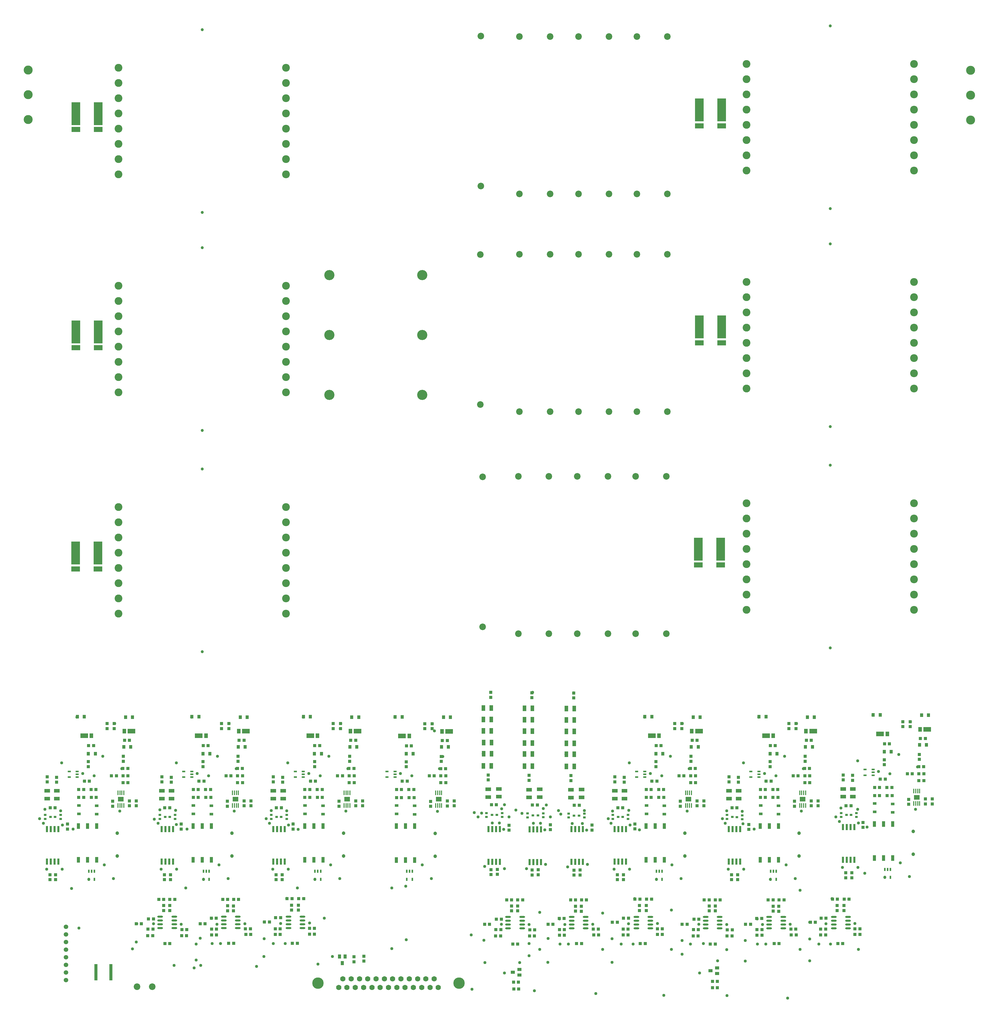
<source format=gts>
G04 Layer_Color=8388736*
%FSLAX25Y25*%
%MOIN*%
G70*
G01*
G75*
%ADD10O,0.07480X0.02362*%
%ADD11R,0.03937X0.05512*%
%ADD12R,0.05512X0.03937*%
%ADD13R,0.07441X0.06181*%
%ADD14R,0.01575X0.06299*%
%ADD15R,0.02362X0.04331*%
%ADD16R,0.04331X0.02362*%
%ADD18R,0.04488X0.07480*%
%ADD19R,0.04331X0.04331*%
%ADD20R,0.04331X0.04331*%
%ADD21R,0.07480X0.04724*%
%ADD22R,0.04724X0.07480*%
%ADD23R,0.11614X0.30000*%
%ADD24R,0.11614X0.06614*%
%ADD25R,0.03937X0.21654*%
%ADD28R,0.04331X0.05118*%
%ADD29R,0.04803X0.03583*%
%ADD30R,0.03543X0.02756*%
%ADD36C,0.08661*%
%ADD37C,0.05905*%
%ADD38C,0.11811*%
%ADD39C,0.03937*%
%ADD40C,0.10236*%
%ADD41C,0.13386*%
%ADD42C,0.07000*%
%ADD43C,0.15000*%
%ADD44C,0.04724*%
%ADD45C,0.04000*%
%ADD55R,0.03120X0.08100*%
%ADD56R,0.04685X0.06457*%
%ADD57R,0.10000X0.06457*%
D10*
X1172752Y690000D02*
D03*
Y685000D02*
D03*
Y680000D02*
D03*
Y675000D02*
D03*
X1191256Y690000D02*
D03*
Y685000D02*
D03*
Y680000D02*
D03*
Y675000D02*
D03*
X1087752Y690000D02*
D03*
Y685000D02*
D03*
Y680000D02*
D03*
Y675000D02*
D03*
X1106256Y690000D02*
D03*
Y685000D02*
D03*
Y680000D02*
D03*
Y675000D02*
D03*
X1004252Y690000D02*
D03*
Y685000D02*
D03*
Y680000D02*
D03*
Y675000D02*
D03*
X1022756Y690000D02*
D03*
Y685000D02*
D03*
Y680000D02*
D03*
Y675000D02*
D03*
X1889248Y689500D02*
D03*
Y684500D02*
D03*
Y679500D02*
D03*
Y674500D02*
D03*
X1907752Y689500D02*
D03*
Y684500D02*
D03*
Y679500D02*
D03*
Y674500D02*
D03*
X1629748Y689500D02*
D03*
Y684500D02*
D03*
Y679500D02*
D03*
Y674500D02*
D03*
X1648252Y689500D02*
D03*
Y684500D02*
D03*
Y679500D02*
D03*
Y674500D02*
D03*
X1804248Y689500D02*
D03*
Y684500D02*
D03*
Y679500D02*
D03*
Y674500D02*
D03*
X1822752Y689500D02*
D03*
Y684500D02*
D03*
Y679500D02*
D03*
Y674500D02*
D03*
X1544748Y689500D02*
D03*
Y684500D02*
D03*
Y679500D02*
D03*
Y674500D02*
D03*
X1563252Y689500D02*
D03*
Y684500D02*
D03*
Y679500D02*
D03*
Y674500D02*
D03*
X1720748Y689500D02*
D03*
Y684500D02*
D03*
Y679500D02*
D03*
Y674500D02*
D03*
X1739252Y689500D02*
D03*
Y684500D02*
D03*
Y679500D02*
D03*
Y674500D02*
D03*
X1461248Y689500D02*
D03*
Y684500D02*
D03*
Y679500D02*
D03*
Y674500D02*
D03*
X1479752Y689500D02*
D03*
Y684500D02*
D03*
Y679500D02*
D03*
Y674500D02*
D03*
D11*
X1239760Y637661D02*
D03*
X1247240D02*
D03*
X1243500Y629000D02*
D03*
D12*
X1735831Y622740D02*
D03*
Y615260D02*
D03*
X1727169Y619000D02*
D03*
X1476331Y620740D02*
D03*
Y613260D02*
D03*
X1467669Y617000D02*
D03*
D13*
X1249689Y844268D02*
D03*
X1103161D02*
D03*
X952661D02*
D03*
X1370161Y844240D02*
D03*
X1998161Y846768D02*
D03*
X1698189Y844268D02*
D03*
X1848189D02*
D03*
D14*
X1253528Y852535D02*
D03*
X1250968D02*
D03*
X1248409D02*
D03*
X1245850D02*
D03*
Y836000D02*
D03*
X1248409D02*
D03*
X1250968D02*
D03*
X1253528D02*
D03*
X1107000Y852535D02*
D03*
X1104441D02*
D03*
X1101882D02*
D03*
X1099323D02*
D03*
Y836000D02*
D03*
X1101882D02*
D03*
X1104441D02*
D03*
X1107000D02*
D03*
X956500Y852535D02*
D03*
X953941D02*
D03*
X951382D02*
D03*
X948823D02*
D03*
Y836000D02*
D03*
X951382D02*
D03*
X953941D02*
D03*
X956500D02*
D03*
X1374000Y852508D02*
D03*
X1371441D02*
D03*
X1368882D02*
D03*
X1366323D02*
D03*
Y835972D02*
D03*
X1368882D02*
D03*
X1371441D02*
D03*
X1374000D02*
D03*
X2002000Y855035D02*
D03*
X1999441D02*
D03*
X1996882D02*
D03*
X1994323D02*
D03*
Y838500D02*
D03*
X1996882D02*
D03*
X1999441D02*
D03*
X2002000D02*
D03*
X1702028Y852535D02*
D03*
X1699468D02*
D03*
X1696909D02*
D03*
X1694350D02*
D03*
Y836000D02*
D03*
X1696909D02*
D03*
X1699468D02*
D03*
X1702028D02*
D03*
X1852028Y852535D02*
D03*
X1849468D02*
D03*
X1846909D02*
D03*
X1844350D02*
D03*
Y836000D02*
D03*
X1846909D02*
D03*
X1849468D02*
D03*
X1852028D02*
D03*
D15*
X1207547Y749630D02*
D03*
X1211287D02*
D03*
X1215028D02*
D03*
Y739000D02*
D03*
X1207547D02*
D03*
X1061020Y749630D02*
D03*
X1064760D02*
D03*
X1068500D02*
D03*
Y739000D02*
D03*
X1061020D02*
D03*
X910520Y749630D02*
D03*
X914260D02*
D03*
X918000D02*
D03*
Y739000D02*
D03*
X910520D02*
D03*
X1328020Y749602D02*
D03*
X1331760D02*
D03*
X1335500D02*
D03*
Y738972D02*
D03*
X1328020D02*
D03*
X1956020Y752130D02*
D03*
X1959760D02*
D03*
X1963500D02*
D03*
Y741500D02*
D03*
X1956020D02*
D03*
X1656047Y749630D02*
D03*
X1659787D02*
D03*
X1663528D02*
D03*
Y739000D02*
D03*
X1656047D02*
D03*
X1806047Y749630D02*
D03*
X1809787D02*
D03*
X1813528D02*
D03*
Y739000D02*
D03*
X1806047D02*
D03*
D16*
X1192342Y880740D02*
D03*
Y877000D02*
D03*
Y873260D02*
D03*
X1181713D02*
D03*
Y880740D02*
D03*
X1045815D02*
D03*
Y877000D02*
D03*
Y873260D02*
D03*
X1035185D02*
D03*
Y880740D02*
D03*
X895315D02*
D03*
Y877000D02*
D03*
Y873260D02*
D03*
X884685D02*
D03*
Y880740D02*
D03*
X1312815Y880713D02*
D03*
Y876972D02*
D03*
Y873232D02*
D03*
X1302185D02*
D03*
Y880713D02*
D03*
X1940815Y883240D02*
D03*
Y879500D02*
D03*
Y875760D02*
D03*
X1930185D02*
D03*
Y883240D02*
D03*
X1640842Y880740D02*
D03*
Y877000D02*
D03*
Y873260D02*
D03*
X1630213D02*
D03*
Y880740D02*
D03*
X1790842D02*
D03*
Y877000D02*
D03*
Y873260D02*
D03*
X1780213D02*
D03*
Y880740D02*
D03*
D18*
X1194020Y809028D02*
D03*
X1206028D02*
D03*
X1218035D02*
D03*
Y764500D02*
D03*
X1206028D02*
D03*
X1194020D02*
D03*
X1047492Y809028D02*
D03*
X1059500D02*
D03*
X1071508D02*
D03*
Y764500D02*
D03*
X1059500D02*
D03*
X1047492D02*
D03*
X896992Y809028D02*
D03*
X909000D02*
D03*
X921008D02*
D03*
Y764500D02*
D03*
X909000D02*
D03*
X896992D02*
D03*
X1314492Y809000D02*
D03*
X1326500D02*
D03*
X1338508D02*
D03*
Y764472D02*
D03*
X1326500D02*
D03*
X1314492D02*
D03*
X1942492Y811528D02*
D03*
X1954500D02*
D03*
X1966508D02*
D03*
Y767000D02*
D03*
X1954500D02*
D03*
X1942492D02*
D03*
X1642520Y809028D02*
D03*
X1654528D02*
D03*
X1666535D02*
D03*
Y764500D02*
D03*
X1654528D02*
D03*
X1642520D02*
D03*
X1792520Y809028D02*
D03*
X1804528D02*
D03*
X1816535D02*
D03*
Y764500D02*
D03*
X1804528D02*
D03*
X1792520D02*
D03*
D19*
X1155508Y674000D02*
D03*
X1162004D02*
D03*
X1171008Y713500D02*
D03*
X1177504D02*
D03*
X1178004Y655000D02*
D03*
X1184500D02*
D03*
X1192752Y713500D02*
D03*
X1186256D02*
D03*
X1147752Y683000D02*
D03*
X1141256D02*
D03*
X1207000Y674500D02*
D03*
X1200504D02*
D03*
X1071756Y673500D02*
D03*
X1078252D02*
D03*
X1086508Y712500D02*
D03*
X1093004D02*
D03*
X1094256Y655000D02*
D03*
X1100752D02*
D03*
X1107252Y712500D02*
D03*
X1100756D02*
D03*
X1063252Y680500D02*
D03*
X1056756D02*
D03*
X1122752Y674000D02*
D03*
X1116256D02*
D03*
X988256Y673500D02*
D03*
X994752D02*
D03*
X1002508Y712500D02*
D03*
X1009004D02*
D03*
X1010508Y654500D02*
D03*
X1017004D02*
D03*
X1023504Y712500D02*
D03*
X1017008D02*
D03*
X979500Y680500D02*
D03*
X973004D02*
D03*
X1039252Y673000D02*
D03*
X1032756D02*
D03*
X1872004Y673500D02*
D03*
X1878500D02*
D03*
X1887504Y713000D02*
D03*
X1894000D02*
D03*
X1612504Y673500D02*
D03*
X1619000D02*
D03*
X1628004Y713000D02*
D03*
X1634500D02*
D03*
X1894500Y654500D02*
D03*
X1900996D02*
D03*
X1635000D02*
D03*
X1641496D02*
D03*
X1909248Y713000D02*
D03*
X1902752D02*
D03*
X1649748D02*
D03*
X1643252D02*
D03*
X1864996Y682500D02*
D03*
X1858500D02*
D03*
X1604748D02*
D03*
X1598252D02*
D03*
X1923496Y674000D02*
D03*
X1917000D02*
D03*
X1663996D02*
D03*
X1657500D02*
D03*
X1788252Y673000D02*
D03*
X1794748D02*
D03*
X1803004Y712000D02*
D03*
X1809500D02*
D03*
X1528752Y673000D02*
D03*
X1535248D02*
D03*
X1543504Y712000D02*
D03*
X1550000D02*
D03*
X1810752Y654500D02*
D03*
X1817248D02*
D03*
X1551252D02*
D03*
X1557748D02*
D03*
X1823748Y712000D02*
D03*
X1817252D02*
D03*
X1564248D02*
D03*
X1557752D02*
D03*
X1779748Y680000D02*
D03*
X1773252D02*
D03*
X1520248D02*
D03*
X1513752D02*
D03*
X1839248Y673500D02*
D03*
X1832752D02*
D03*
X1579748D02*
D03*
X1573252D02*
D03*
X1704752Y673000D02*
D03*
X1711248D02*
D03*
X1719004Y712000D02*
D03*
X1725500D02*
D03*
X1445252Y673000D02*
D03*
X1451748D02*
D03*
X1459504Y712000D02*
D03*
X1466000D02*
D03*
X1727004Y654000D02*
D03*
X1733500D02*
D03*
X1467504D02*
D03*
X1474000D02*
D03*
X1740000Y712000D02*
D03*
X1733504D02*
D03*
X1480500D02*
D03*
X1474004D02*
D03*
X1696496Y680000D02*
D03*
X1690000D02*
D03*
X1436996D02*
D03*
X1430500D02*
D03*
X1755748Y672500D02*
D03*
X1749252D02*
D03*
X1496248D02*
D03*
X1489752D02*
D03*
X1243776Y875000D02*
D03*
X1237280D02*
D03*
X1259024D02*
D03*
X1252528D02*
D03*
X1097248D02*
D03*
X1090752D02*
D03*
X1112496D02*
D03*
X1106000D02*
D03*
X946748D02*
D03*
X940252D02*
D03*
X961996D02*
D03*
X955500D02*
D03*
X1364248Y874972D02*
D03*
X1357752D02*
D03*
X1379496D02*
D03*
X1373000D02*
D03*
X1992248Y877500D02*
D03*
X1985752D02*
D03*
X2007496D02*
D03*
X2001000D02*
D03*
X1692276Y875000D02*
D03*
X1685780D02*
D03*
X1707524D02*
D03*
X1701028D02*
D03*
X1842276D02*
D03*
X1835780D02*
D03*
X1857524D02*
D03*
X1851028D02*
D03*
X1155508Y666500D02*
D03*
X1162004D02*
D03*
X1162504Y688500D02*
D03*
X1156008D02*
D03*
X1207000Y667000D02*
D03*
X1200504D02*
D03*
X1071756Y666000D02*
D03*
X1078252D02*
D03*
X1078004Y688000D02*
D03*
X1071508D02*
D03*
X1123252Y666500D02*
D03*
X1116756D02*
D03*
X988008Y665000D02*
D03*
X994504D02*
D03*
X995504Y687000D02*
D03*
X989008D02*
D03*
X1039000Y665000D02*
D03*
X1032504D02*
D03*
X1872004Y666000D02*
D03*
X1878500D02*
D03*
X1612504D02*
D03*
X1619000D02*
D03*
X1879000Y688000D02*
D03*
X1872504D02*
D03*
X1619500D02*
D03*
X1613004D02*
D03*
X1923496Y666500D02*
D03*
X1917000D02*
D03*
X1663996D02*
D03*
X1657500D02*
D03*
X1788252Y665500D02*
D03*
X1794748D02*
D03*
X1528752D02*
D03*
X1535248D02*
D03*
X1794500Y687500D02*
D03*
X1788004D02*
D03*
X1535000D02*
D03*
X1528504D02*
D03*
X1839748Y666000D02*
D03*
X1833252D02*
D03*
X1580248D02*
D03*
X1573752D02*
D03*
X1704504Y664500D02*
D03*
X1711000D02*
D03*
X1445004D02*
D03*
X1451500D02*
D03*
X1712000Y686500D02*
D03*
X1705504D02*
D03*
X1452500D02*
D03*
X1446004D02*
D03*
X1755496Y664500D02*
D03*
X1749000D02*
D03*
X1495996D02*
D03*
X1489500D02*
D03*
X1736248Y596500D02*
D03*
X1729752D02*
D03*
X1736248Y605000D02*
D03*
X1729752D02*
D03*
X1475248Y595000D02*
D03*
X1468752D02*
D03*
X1475000Y604000D02*
D03*
X1468504D02*
D03*
X1258776Y884500D02*
D03*
X1252279D02*
D03*
X1254531Y921500D02*
D03*
X1261028D02*
D03*
X1252532Y866000D02*
D03*
X1259028D02*
D03*
X1210532Y857000D02*
D03*
X1217028D02*
D03*
X1210779Y846500D02*
D03*
X1217276D02*
D03*
X1207279Y914500D02*
D03*
X1213776D02*
D03*
X1208276Y868000D02*
D03*
X1201779D02*
D03*
X1194279Y857000D02*
D03*
X1200776D02*
D03*
X1194279Y846500D02*
D03*
X1200776D02*
D03*
X1156852Y832996D02*
D03*
X1163348D02*
D03*
X1112248Y884500D02*
D03*
X1105752D02*
D03*
X1108004Y921500D02*
D03*
X1114500D02*
D03*
X1106004Y866000D02*
D03*
X1112500D02*
D03*
X1064004Y857000D02*
D03*
X1070500D02*
D03*
X1064252Y846500D02*
D03*
X1070748D02*
D03*
X1060752Y914500D02*
D03*
X1067248D02*
D03*
X1061748Y868000D02*
D03*
X1055252D02*
D03*
X1047752Y857000D02*
D03*
X1054248D02*
D03*
X1047752Y846500D02*
D03*
X1054248D02*
D03*
X1010324Y832996D02*
D03*
X1016821D02*
D03*
X961748Y884500D02*
D03*
X955252D02*
D03*
X957504Y921500D02*
D03*
X964000D02*
D03*
X955504Y866000D02*
D03*
X962000D02*
D03*
X913504Y857000D02*
D03*
X920000D02*
D03*
X913752Y846500D02*
D03*
X920248D02*
D03*
X910252Y914500D02*
D03*
X916748D02*
D03*
X911248Y868000D02*
D03*
X904752D02*
D03*
X897252Y857000D02*
D03*
X903748D02*
D03*
X897252Y846500D02*
D03*
X903748D02*
D03*
X859824Y832996D02*
D03*
X866321D02*
D03*
X1548252Y836248D02*
D03*
X1554748D02*
D03*
X1493248Y836496D02*
D03*
X1499744D02*
D03*
X1439370Y837000D02*
D03*
X1445866D02*
D03*
X1379248Y884472D02*
D03*
X1372752D02*
D03*
X1375004Y921472D02*
D03*
X1381500D02*
D03*
X1373004Y865972D02*
D03*
X1379500D02*
D03*
X1331004Y856972D02*
D03*
X1337500D02*
D03*
X1331252Y846472D02*
D03*
X1337748D02*
D03*
X1327752Y914472D02*
D03*
X1334248D02*
D03*
X1328748Y867972D02*
D03*
X1322252D02*
D03*
X1314752Y856972D02*
D03*
X1321248D02*
D03*
X1314752Y846472D02*
D03*
X1321248D02*
D03*
X2007248Y887000D02*
D03*
X2000752D02*
D03*
X2003004Y924000D02*
D03*
X2009500D02*
D03*
X2001004Y868500D02*
D03*
X2007500D02*
D03*
X1959004Y859500D02*
D03*
X1965500D02*
D03*
X1959252Y849000D02*
D03*
X1965748D02*
D03*
X1955752Y917000D02*
D03*
X1962248D02*
D03*
X1956748Y870500D02*
D03*
X1950252D02*
D03*
X1942752Y859500D02*
D03*
X1949248D02*
D03*
X1942752Y849000D02*
D03*
X1949248D02*
D03*
X1905324Y835496D02*
D03*
X1911820D02*
D03*
X1707276Y884500D02*
D03*
X1700780D02*
D03*
X1703032Y921500D02*
D03*
X1709528D02*
D03*
X1701031Y866000D02*
D03*
X1707528D02*
D03*
X1659031Y857000D02*
D03*
X1665528D02*
D03*
X1659279Y846500D02*
D03*
X1665776D02*
D03*
X1655779Y914500D02*
D03*
X1662276D02*
D03*
X1656776Y868000D02*
D03*
X1650279D02*
D03*
X1642780Y857000D02*
D03*
X1649276D02*
D03*
X1642780Y846500D02*
D03*
X1649276D02*
D03*
X1605352Y832996D02*
D03*
X1611848D02*
D03*
X1857276Y884500D02*
D03*
X1850780D02*
D03*
X1853032Y921500D02*
D03*
X1859528D02*
D03*
X1851031Y866000D02*
D03*
X1857528D02*
D03*
X1809031Y857000D02*
D03*
X1815528D02*
D03*
X1809279Y846500D02*
D03*
X1815776D02*
D03*
X1805779Y914500D02*
D03*
X1812276D02*
D03*
X1806776Y868000D02*
D03*
X1800279D02*
D03*
X1792780Y857000D02*
D03*
X1799276D02*
D03*
X1792780Y846500D02*
D03*
X1799276D02*
D03*
X1755352Y832996D02*
D03*
X1761848D02*
D03*
D20*
X1177004Y704996D02*
D03*
Y698500D02*
D03*
X1186004Y704996D02*
D03*
Y698500D02*
D03*
X1093004Y704248D02*
D03*
Y697752D02*
D03*
X1100504Y703996D02*
D03*
Y697500D02*
D03*
X1009004Y704496D02*
D03*
Y698000D02*
D03*
X1017004Y704496D02*
D03*
Y698000D02*
D03*
X1893500Y704496D02*
D03*
Y698000D02*
D03*
X1634000Y704496D02*
D03*
Y698000D02*
D03*
X1902500Y704496D02*
D03*
Y698000D02*
D03*
X1643000Y704496D02*
D03*
Y698000D02*
D03*
X1809500Y703748D02*
D03*
Y697252D02*
D03*
X1550000Y703748D02*
D03*
Y697252D02*
D03*
X1817000Y703496D02*
D03*
Y697000D02*
D03*
X1557500Y703496D02*
D03*
Y697000D02*
D03*
X1725500Y703996D02*
D03*
Y697500D02*
D03*
X1466000Y703996D02*
D03*
Y697500D02*
D03*
X1733500Y703996D02*
D03*
Y697500D02*
D03*
X1474000Y703996D02*
D03*
Y697500D02*
D03*
X1241028Y943500D02*
D03*
Y937004D02*
D03*
X1231528Y943496D02*
D03*
Y937000D02*
D03*
X1156500Y738500D02*
D03*
Y744996D02*
D03*
X1164500Y738500D02*
D03*
Y744996D02*
D03*
X1179000Y805004D02*
D03*
Y811500D02*
D03*
X1094500Y943500D02*
D03*
Y937004D02*
D03*
X1085000Y943496D02*
D03*
Y937000D02*
D03*
X1009972Y738500D02*
D03*
Y744996D02*
D03*
X1017972Y738500D02*
D03*
Y744996D02*
D03*
X1031972Y804996D02*
D03*
Y811492D02*
D03*
X944000Y943500D02*
D03*
Y937004D02*
D03*
X934500Y943496D02*
D03*
Y937000D02*
D03*
X859472Y738500D02*
D03*
Y744996D02*
D03*
X867000Y738500D02*
D03*
Y744996D02*
D03*
X882500Y805004D02*
D03*
Y811500D02*
D03*
X1544000Y875248D02*
D03*
Y868752D02*
D03*
X1547882Y744500D02*
D03*
Y750996D02*
D03*
X1556000Y744748D02*
D03*
Y751244D02*
D03*
X1571500Y803752D02*
D03*
Y810248D02*
D03*
X1488996Y875496D02*
D03*
Y869000D02*
D03*
X1492878Y744748D02*
D03*
Y751244D02*
D03*
X1500996Y744996D02*
D03*
Y751492D02*
D03*
X1517000Y804252D02*
D03*
Y810748D02*
D03*
X1435118Y876000D02*
D03*
Y869504D02*
D03*
X1439000Y745252D02*
D03*
Y751748D02*
D03*
X1447118Y745500D02*
D03*
Y751996D02*
D03*
X1462500Y803500D02*
D03*
Y809996D02*
D03*
X1361500Y943472D02*
D03*
Y936976D02*
D03*
X1352000Y943468D02*
D03*
Y936972D02*
D03*
X1989500Y946000D02*
D03*
Y939504D02*
D03*
X1980000Y945996D02*
D03*
Y939500D02*
D03*
X1904972Y741000D02*
D03*
Y747496D02*
D03*
X1912972Y741000D02*
D03*
Y747496D02*
D03*
X1927500Y807252D02*
D03*
Y813748D02*
D03*
X1689528Y943500D02*
D03*
Y937004D02*
D03*
X1680028Y943496D02*
D03*
Y937000D02*
D03*
X1605000Y738500D02*
D03*
Y744996D02*
D03*
X1613000Y738500D02*
D03*
Y744996D02*
D03*
X1628000Y805252D02*
D03*
Y811748D02*
D03*
X1839528Y943500D02*
D03*
Y937004D02*
D03*
X1830028Y943496D02*
D03*
Y937000D02*
D03*
X1755000Y738500D02*
D03*
Y744996D02*
D03*
X1763000Y738500D02*
D03*
Y744996D02*
D03*
X1777500Y804500D02*
D03*
Y810996D02*
D03*
X1253028Y900496D02*
D03*
Y894000D02*
D03*
X1207028Y893496D02*
D03*
Y887000D02*
D03*
X1152900Y866996D02*
D03*
Y873492D02*
D03*
X1165300Y866596D02*
D03*
Y873092D02*
D03*
X1106500Y900496D02*
D03*
Y894000D02*
D03*
X1060500Y893496D02*
D03*
Y887000D02*
D03*
X1006372Y866996D02*
D03*
Y873492D02*
D03*
X1018772Y866596D02*
D03*
Y873092D02*
D03*
X956000Y900496D02*
D03*
Y894000D02*
D03*
X910000Y893496D02*
D03*
Y887000D02*
D03*
X855872Y866996D02*
D03*
Y873492D02*
D03*
X868272Y866596D02*
D03*
Y873092D02*
D03*
X1547500Y977252D02*
D03*
Y983748D02*
D03*
X1492496Y977500D02*
D03*
Y983996D02*
D03*
X1438618Y978004D02*
D03*
Y984500D02*
D03*
X1373500Y900469D02*
D03*
Y893972D02*
D03*
X1327500Y893468D02*
D03*
Y886972D02*
D03*
X2001500Y902996D02*
D03*
Y896500D02*
D03*
X1955500Y895996D02*
D03*
Y889500D02*
D03*
X1901372Y869496D02*
D03*
Y875992D02*
D03*
X1913772Y869096D02*
D03*
Y875592D02*
D03*
X1701528Y900496D02*
D03*
Y894000D02*
D03*
X1655528Y893496D02*
D03*
Y887000D02*
D03*
X1601400Y866996D02*
D03*
Y873492D02*
D03*
X1613800Y866596D02*
D03*
Y873092D02*
D03*
X1851528Y900496D02*
D03*
Y894000D02*
D03*
X1805528Y893496D02*
D03*
Y887000D02*
D03*
X1751400Y866996D02*
D03*
Y873492D02*
D03*
X1763800Y866596D02*
D03*
Y873092D02*
D03*
X1272000Y638000D02*
D03*
Y631504D02*
D03*
X1259000Y637248D02*
D03*
Y630752D02*
D03*
X1239028Y835000D02*
D03*
Y841496D02*
D03*
X1270028Y835504D02*
D03*
Y842000D02*
D03*
X1261028Y835500D02*
D03*
Y841996D02*
D03*
X1092500Y835000D02*
D03*
Y841496D02*
D03*
X1123500Y835504D02*
D03*
Y842000D02*
D03*
X1114500Y835500D02*
D03*
Y841996D02*
D03*
X942000Y835000D02*
D03*
Y841496D02*
D03*
X973000Y835504D02*
D03*
Y842000D02*
D03*
X964000Y835500D02*
D03*
Y841996D02*
D03*
X1359500Y834972D02*
D03*
Y841469D02*
D03*
X1390500Y835476D02*
D03*
Y841972D02*
D03*
X1381500Y835472D02*
D03*
Y841969D02*
D03*
X1987500Y837500D02*
D03*
Y843996D02*
D03*
X2018500Y838004D02*
D03*
Y844500D02*
D03*
X2009500Y838000D02*
D03*
Y844496D02*
D03*
X1687528Y835000D02*
D03*
Y841496D02*
D03*
X1718528Y835504D02*
D03*
Y842000D02*
D03*
X1709528Y835500D02*
D03*
Y841996D02*
D03*
X1837528Y835000D02*
D03*
Y841496D02*
D03*
X1868528Y835504D02*
D03*
Y842000D02*
D03*
X1859528Y835500D02*
D03*
Y841996D02*
D03*
D21*
X1152900Y855232D02*
D03*
Y844996D02*
D03*
X1165700Y855232D02*
D03*
Y844996D02*
D03*
X1006372Y855232D02*
D03*
Y844996D02*
D03*
X1019172Y855232D02*
D03*
Y844996D02*
D03*
X855872Y855232D02*
D03*
Y844996D02*
D03*
X868672Y855232D02*
D03*
Y844996D02*
D03*
X1544000Y856484D02*
D03*
Y846248D02*
D03*
X1558000Y856984D02*
D03*
Y846748D02*
D03*
X1488996Y856732D02*
D03*
Y846496D02*
D03*
X1502996Y857232D02*
D03*
Y846996D02*
D03*
X1435118Y857236D02*
D03*
Y847000D02*
D03*
X1449118Y857736D02*
D03*
Y847500D02*
D03*
X1901372Y857732D02*
D03*
Y847496D02*
D03*
X1914172Y857732D02*
D03*
Y847496D02*
D03*
X1601400Y855232D02*
D03*
Y844996D02*
D03*
X1614200Y855232D02*
D03*
Y844996D02*
D03*
X1751400Y855232D02*
D03*
Y844996D02*
D03*
X1764200Y855232D02*
D03*
Y844996D02*
D03*
D22*
X1538000Y917748D02*
D03*
X1548236D02*
D03*
X1548118Y933248D02*
D03*
X1537882D02*
D03*
Y887248D02*
D03*
X1548118D02*
D03*
X1538000Y903248D02*
D03*
X1548236D02*
D03*
X1537882Y948248D02*
D03*
X1548118D02*
D03*
Y963248D02*
D03*
X1537882D02*
D03*
X1482996Y917996D02*
D03*
X1493232D02*
D03*
X1493114Y933496D02*
D03*
X1482878D02*
D03*
Y887496D02*
D03*
X1493114D02*
D03*
X1482996Y903496D02*
D03*
X1493232D02*
D03*
X1482878Y948496D02*
D03*
X1493114D02*
D03*
Y963496D02*
D03*
X1482878D02*
D03*
X1429118Y918500D02*
D03*
X1439354D02*
D03*
X1439236Y934000D02*
D03*
X1429000D02*
D03*
Y888000D02*
D03*
X1439236D02*
D03*
X1429118Y904000D02*
D03*
X1439354D02*
D03*
X1429000Y949000D02*
D03*
X1439236D02*
D03*
Y964000D02*
D03*
X1429000D02*
D03*
D23*
X893591Y1744709D02*
D03*
X923000D02*
D03*
X1712500Y1749500D02*
D03*
X1741909D02*
D03*
X893591Y1458000D02*
D03*
X923000D02*
D03*
X1712500Y1464500D02*
D03*
X1741909D02*
D03*
X893091Y1167500D02*
D03*
X922500D02*
D03*
X1711091Y1172709D02*
D03*
X1740500D02*
D03*
D24*
X893591Y1724000D02*
D03*
X923000D02*
D03*
X1712500Y1728791D02*
D03*
X1741909D02*
D03*
X893591Y1437291D02*
D03*
X923000D02*
D03*
X1712500Y1443791D02*
D03*
X1741909D02*
D03*
X893091Y1146791D02*
D03*
X922500D02*
D03*
X1711091Y1152000D02*
D03*
X1740500D02*
D03*
D25*
X939500Y617000D02*
D03*
X919815D02*
D03*
D28*
X1265028Y952000D02*
D03*
X1255972D02*
D03*
X1201555Y952500D02*
D03*
X1192500D02*
D03*
X1118500Y952000D02*
D03*
X1109445D02*
D03*
X1055028Y952500D02*
D03*
X1045972D02*
D03*
X968000Y952000D02*
D03*
X958945D02*
D03*
X904528Y952500D02*
D03*
X895472D02*
D03*
X1385500Y951972D02*
D03*
X1376445D02*
D03*
X1322028Y952472D02*
D03*
X1312972D02*
D03*
X2013500Y954500D02*
D03*
X2004445D02*
D03*
X1950028Y955000D02*
D03*
X1940972D02*
D03*
X1713528Y952000D02*
D03*
X1704472D02*
D03*
X1650055Y952500D02*
D03*
X1641000D02*
D03*
X1863528Y952000D02*
D03*
X1854472D02*
D03*
X1800055Y952500D02*
D03*
X1791000D02*
D03*
X1262528Y913000D02*
D03*
X1253472D02*
D03*
X1216055Y904000D02*
D03*
X1207000D02*
D03*
X1116000Y913000D02*
D03*
X1106945D02*
D03*
X1069528Y904000D02*
D03*
X1060472D02*
D03*
X965500Y913000D02*
D03*
X956445D02*
D03*
X919028Y904000D02*
D03*
X909972D02*
D03*
X1383000Y912972D02*
D03*
X1373945D02*
D03*
X1336528Y903972D02*
D03*
X1327472D02*
D03*
X2011000Y915500D02*
D03*
X2001945D02*
D03*
X1964528Y906500D02*
D03*
X1955472D02*
D03*
X1711028Y913000D02*
D03*
X1701972D02*
D03*
X1664555Y904000D02*
D03*
X1655500D02*
D03*
X1861028Y913000D02*
D03*
X1851972D02*
D03*
X1814555Y904000D02*
D03*
X1805500D02*
D03*
D29*
X1218028Y835583D02*
D03*
Y824500D02*
D03*
X1194528Y825000D02*
D03*
Y836083D02*
D03*
X1071500Y835583D02*
D03*
Y824500D02*
D03*
X1048000Y825000D02*
D03*
Y836083D02*
D03*
X921000Y835583D02*
D03*
Y824500D02*
D03*
X897500Y825000D02*
D03*
Y836083D02*
D03*
X1338500Y835555D02*
D03*
Y824472D02*
D03*
X1315000Y824972D02*
D03*
Y836055D02*
D03*
X1966500Y838083D02*
D03*
Y827000D02*
D03*
X1943000Y827500D02*
D03*
Y838583D02*
D03*
X1666528Y835583D02*
D03*
Y824500D02*
D03*
X1643028Y825000D02*
D03*
Y836083D02*
D03*
X1816528Y835583D02*
D03*
Y824500D02*
D03*
X1793028Y825000D02*
D03*
Y836083D02*
D03*
D30*
X1157300Y820996D02*
D03*
X1150213Y823555D02*
D03*
Y818437D02*
D03*
X1163300Y820996D02*
D03*
X1170387Y818437D02*
D03*
Y823555D02*
D03*
X1011000Y821000D02*
D03*
X1003913Y823559D02*
D03*
Y818441D02*
D03*
X1016772Y820996D02*
D03*
X1023859Y818437D02*
D03*
Y823555D02*
D03*
X860272Y820996D02*
D03*
X853186Y823555D02*
D03*
Y818437D02*
D03*
X866272Y820996D02*
D03*
X873359Y818437D02*
D03*
Y823555D02*
D03*
X1548000Y822748D02*
D03*
X1540913Y825307D02*
D03*
Y820189D02*
D03*
X1554500Y822748D02*
D03*
X1561587Y820189D02*
D03*
Y825307D02*
D03*
X1494000Y823000D02*
D03*
X1486913Y825559D02*
D03*
Y820441D02*
D03*
X1500413Y823059D02*
D03*
X1507500Y820500D02*
D03*
Y825618D02*
D03*
X1440087Y823559D02*
D03*
X1433000Y826118D02*
D03*
Y821000D02*
D03*
X1446500Y823500D02*
D03*
X1453587Y820941D02*
D03*
Y826059D02*
D03*
X1905772Y823496D02*
D03*
X1898686Y826055D02*
D03*
Y820937D02*
D03*
X1911772Y823496D02*
D03*
X1918859Y820937D02*
D03*
Y826055D02*
D03*
X1605800Y820996D02*
D03*
X1598713Y823555D02*
D03*
Y818437D02*
D03*
X1611800Y820996D02*
D03*
X1618887Y818437D02*
D03*
Y823555D02*
D03*
X1755800Y820996D02*
D03*
X1748713Y823555D02*
D03*
Y818437D02*
D03*
X1761913Y820559D02*
D03*
X1769000Y818000D02*
D03*
Y823118D02*
D03*
D36*
X1425500Y1649650D02*
D03*
Y1846500D02*
D03*
X1425000Y1362650D02*
D03*
Y1559500D02*
D03*
X1428000Y1070650D02*
D03*
Y1267500D02*
D03*
X974000Y598000D02*
D03*
X994000D02*
D03*
X1516500Y1846000D02*
D03*
X1476342D02*
D03*
X1516500Y1639307D02*
D03*
X1476342D02*
D03*
X1594000Y1846000D02*
D03*
X1553843D02*
D03*
X1594000Y1639307D02*
D03*
X1553843D02*
D03*
X1670658Y1846000D02*
D03*
X1630500D02*
D03*
X1670658Y1639307D02*
D03*
X1630500D02*
D03*
X1516500Y1560000D02*
D03*
X1476342D02*
D03*
X1516500Y1353307D02*
D03*
X1476342D02*
D03*
X1594000Y1560000D02*
D03*
X1553843D02*
D03*
X1594000Y1353307D02*
D03*
X1553843D02*
D03*
X1670658Y1560000D02*
D03*
X1630500D02*
D03*
X1670658Y1353307D02*
D03*
X1630500D02*
D03*
X1515000Y1268193D02*
D03*
X1474842D02*
D03*
X1515000Y1061500D02*
D03*
X1474842D02*
D03*
X1592500Y1268193D02*
D03*
X1552343D02*
D03*
X1592500Y1061500D02*
D03*
X1552343D02*
D03*
X1669157Y1268193D02*
D03*
X1629000D02*
D03*
X1669157Y1061500D02*
D03*
X1629000D02*
D03*
D37*
X880500Y606500D02*
D03*
Y616500D02*
D03*
Y626500D02*
D03*
Y636500D02*
D03*
Y646500D02*
D03*
Y656500D02*
D03*
Y666500D02*
D03*
Y676500D02*
D03*
D38*
X831000Y1736980D02*
D03*
Y1769500D02*
D03*
Y1802020D02*
D03*
X2069000Y1801508D02*
D03*
Y1768988D02*
D03*
Y1736469D02*
D03*
D39*
X1059500Y1855000D02*
D03*
Y1615000D02*
D03*
X1884500Y1860000D02*
D03*
Y1620000D02*
D03*
X1059500Y1568500D02*
D03*
Y1328500D02*
D03*
X1884500Y1573500D02*
D03*
Y1333500D02*
D03*
X1059500Y1278000D02*
D03*
Y1038000D02*
D03*
X1884500Y1283000D02*
D03*
Y1043000D02*
D03*
D40*
X949500Y1665000D02*
D03*
Y1685000D02*
D03*
Y1705000D02*
D03*
Y1725000D02*
D03*
Y1745000D02*
D03*
Y1765000D02*
D03*
Y1785000D02*
D03*
Y1805000D02*
D03*
X1169500Y1665000D02*
D03*
Y1685000D02*
D03*
Y1705000D02*
D03*
Y1725000D02*
D03*
Y1745000D02*
D03*
Y1765000D02*
D03*
Y1785000D02*
D03*
Y1805000D02*
D03*
X1774500Y1670000D02*
D03*
Y1690000D02*
D03*
Y1710000D02*
D03*
Y1730000D02*
D03*
Y1750000D02*
D03*
Y1770000D02*
D03*
Y1790000D02*
D03*
Y1810000D02*
D03*
X1994500Y1670000D02*
D03*
Y1690000D02*
D03*
Y1710000D02*
D03*
Y1730000D02*
D03*
Y1750000D02*
D03*
Y1770000D02*
D03*
Y1790000D02*
D03*
Y1810000D02*
D03*
X949500Y1378500D02*
D03*
Y1398500D02*
D03*
Y1418500D02*
D03*
Y1438500D02*
D03*
Y1458500D02*
D03*
Y1478500D02*
D03*
Y1498500D02*
D03*
Y1518500D02*
D03*
X1169500Y1378500D02*
D03*
Y1398500D02*
D03*
Y1418500D02*
D03*
Y1438500D02*
D03*
Y1458500D02*
D03*
Y1478500D02*
D03*
Y1498500D02*
D03*
Y1518500D02*
D03*
X1774500Y1383500D02*
D03*
Y1403500D02*
D03*
Y1423500D02*
D03*
Y1443500D02*
D03*
Y1463500D02*
D03*
Y1483500D02*
D03*
Y1503500D02*
D03*
Y1523500D02*
D03*
X1994500Y1383500D02*
D03*
Y1403500D02*
D03*
Y1423500D02*
D03*
Y1443500D02*
D03*
Y1463500D02*
D03*
Y1483500D02*
D03*
Y1503500D02*
D03*
Y1523500D02*
D03*
X949500Y1088000D02*
D03*
Y1108000D02*
D03*
Y1128000D02*
D03*
Y1148000D02*
D03*
Y1168000D02*
D03*
Y1188000D02*
D03*
Y1208000D02*
D03*
Y1228000D02*
D03*
X1169500Y1088000D02*
D03*
Y1108000D02*
D03*
Y1128000D02*
D03*
Y1148000D02*
D03*
Y1168000D02*
D03*
Y1188000D02*
D03*
Y1208000D02*
D03*
Y1228000D02*
D03*
X1774500Y1093000D02*
D03*
Y1113000D02*
D03*
Y1133000D02*
D03*
Y1153000D02*
D03*
Y1173000D02*
D03*
Y1193000D02*
D03*
Y1213000D02*
D03*
Y1233000D02*
D03*
X1994500Y1093000D02*
D03*
Y1113000D02*
D03*
Y1133000D02*
D03*
Y1153000D02*
D03*
Y1173000D02*
D03*
Y1193000D02*
D03*
Y1213000D02*
D03*
Y1233000D02*
D03*
D41*
X1226453Y1454000D02*
D03*
Y1532740D02*
D03*
X1348500Y1375260D02*
D03*
X1226453D02*
D03*
X1348500Y1532740D02*
D03*
Y1454000D02*
D03*
D42*
X1315094Y597000D02*
D03*
X1309642Y608181D02*
D03*
X1304189Y597000D02*
D03*
X1298736Y608181D02*
D03*
X1293283Y597000D02*
D03*
X1287831Y608181D02*
D03*
X1282378Y597000D02*
D03*
X1276925Y608181D02*
D03*
X1271472Y597000D02*
D03*
X1266020Y608181D02*
D03*
X1260567Y597000D02*
D03*
X1255114Y608181D02*
D03*
X1249661Y597000D02*
D03*
X1244209Y608181D02*
D03*
X1238756Y597000D02*
D03*
X1326000D02*
D03*
X1336905D02*
D03*
X1347811D02*
D03*
X1358716D02*
D03*
X1369622D02*
D03*
X1320547Y608181D02*
D03*
X1331453D02*
D03*
X1342358D02*
D03*
X1353264D02*
D03*
X1364169D02*
D03*
D43*
X1211591Y602591D02*
D03*
X1396787D02*
D03*
D44*
X1245028Y799500D02*
D03*
Y769500D02*
D03*
X1098500Y799500D02*
D03*
Y769500D02*
D03*
X948000Y799500D02*
D03*
Y769500D02*
D03*
X1365500Y799472D02*
D03*
Y769472D02*
D03*
X1993500Y802000D02*
D03*
Y772000D02*
D03*
X1693528Y799500D02*
D03*
Y769500D02*
D03*
X1843528Y799500D02*
D03*
Y769500D02*
D03*
D45*
X1920500Y831000D02*
D03*
X1911820Y835496D02*
D03*
X1024500Y829500D02*
D03*
X853000Y831000D02*
D03*
X1507500Y832000D02*
D03*
X1619696Y829500D02*
D03*
X1713000Y616000D02*
D03*
X1456500D02*
D03*
X1748500Y646500D02*
D03*
X1773000Y631500D02*
D03*
X1857500Y632000D02*
D03*
X1690000Y640500D02*
D03*
X1598000Y630000D02*
D03*
X1513500D02*
D03*
X1476500Y629500D02*
D03*
X1431000D02*
D03*
X1327500Y659500D02*
D03*
X1220000Y688000D02*
D03*
X1230500Y637500D02*
D03*
X1057500Y626000D02*
D03*
X1022500D02*
D03*
X1140500Y637500D02*
D03*
X1308500Y648000D02*
D03*
X1413000Y666000D02*
D03*
X968000Y647500D02*
D03*
X1051500Y654000D02*
D03*
Y633000D02*
D03*
X973000Y656500D02*
D03*
X1057000Y661500D02*
D03*
X1141000Y661000D02*
D03*
X1857500Y660500D02*
D03*
X1690000Y658500D02*
D03*
Y680000D02*
D03*
X1598000Y661000D02*
D03*
X1598252Y682500D02*
D03*
X1429500Y659000D02*
D03*
X1513752Y661252D02*
D03*
Y680000D02*
D03*
X1773000Y658500D02*
D03*
X1153004Y654500D02*
D03*
X888000Y727000D02*
D03*
X1308500Y727500D02*
D03*
X1038000D02*
D03*
X1184500D02*
D03*
X1326996Y729996D02*
D03*
X1600600Y752196D02*
D03*
X1621400Y810310D02*
D03*
X1621000Y752196D02*
D03*
X1711028Y913000D02*
D03*
X1663028Y875000D02*
D03*
X1687528Y835000D02*
D03*
X1690028Y943500D02*
D03*
X1699280Y884248D02*
D03*
X1676528Y758000D02*
D03*
X1711528Y934000D02*
D03*
X1648028Y878000D02*
D03*
X1696638Y828500D02*
D03*
X1688528Y740000D02*
D03*
X1640528Y952000D02*
D03*
X1713528D02*
D03*
X1656047Y739000D02*
D03*
X1689500Y937000D02*
D03*
X1650000Y868000D02*
D03*
X1674496Y900496D02*
D03*
X1620500Y892000D02*
D03*
X1861528Y934000D02*
D03*
X1798028Y878000D02*
D03*
X1838528Y740000D02*
D03*
X1824496Y900496D02*
D03*
X1770500Y892000D02*
D03*
X1849280Y884248D02*
D03*
X1800000Y868000D02*
D03*
X1769000Y828196D02*
D03*
X1846638Y828500D02*
D03*
X1826528Y758000D02*
D03*
X1790528Y952000D02*
D03*
X1830028Y943496D02*
D03*
X1861028Y913000D02*
D03*
X1813028Y875000D02*
D03*
X1837528Y835000D02*
D03*
X1863528Y952000D02*
D03*
X1750600Y752196D02*
D03*
X1771000D02*
D03*
X2011500Y936500D02*
D03*
X1948000Y880500D02*
D03*
X1988500Y742500D02*
D03*
X1974468Y902996D02*
D03*
X1920472Y894500D02*
D03*
X1999252Y886748D02*
D03*
X1949972Y870500D02*
D03*
X1996610Y831000D02*
D03*
X1976500Y760500D02*
D03*
X1940500Y954500D02*
D03*
X1980000Y945996D02*
D03*
X2011000Y915500D02*
D03*
X1963000Y877500D02*
D03*
X1921372Y812809D02*
D03*
X1987500Y837500D02*
D03*
X1956020Y741500D02*
D03*
X2013500Y954500D02*
D03*
X1990000Y946000D02*
D03*
X1989472Y939500D02*
D03*
X1900572Y754696D02*
D03*
X1920972D02*
D03*
X1746500Y812500D02*
D03*
X1455618Y804500D02*
D03*
X1430618Y756000D02*
D03*
X1383000Y912972D02*
D03*
X1359500Y834972D02*
D03*
X1364504Y933972D02*
D03*
X1362000Y943472D02*
D03*
X1322252Y867972D02*
D03*
X1371252Y884221D02*
D03*
X1348500Y757972D02*
D03*
X1352000Y943468D02*
D03*
X1383500Y933972D02*
D03*
X1320000Y877972D02*
D03*
X1368610Y828472D02*
D03*
X1360500Y739972D02*
D03*
X1312500Y951972D02*
D03*
X1385500D02*
D03*
X1335000Y874972D02*
D03*
X1327500Y893468D02*
D03*
X1375531Y900469D02*
D03*
X1417000Y826500D02*
D03*
X1510496Y758748D02*
D03*
X1509496Y803996D02*
D03*
X1456500Y753000D02*
D03*
X1485500D02*
D03*
X1422000Y821000D02*
D03*
X1426500Y826000D02*
D03*
X1440618Y813000D02*
D03*
X1435118Y847000D02*
D03*
X1489000D02*
D03*
X1494496Y812500D02*
D03*
X1479500Y825559D02*
D03*
X1471500Y830000D02*
D03*
X1565500Y758500D02*
D03*
X1539500Y755248D02*
D03*
X1545500Y812248D02*
D03*
X1564500Y803748D02*
D03*
X1527500Y829236D02*
D03*
X1561587Y829413D02*
D03*
X1543500Y845500D02*
D03*
X1558748Y812248D02*
D03*
X1503744Y812496D02*
D03*
X1449866Y813000D02*
D03*
X966000Y934000D02*
D03*
X902500Y878000D02*
D03*
X943000Y740000D02*
D03*
X874972Y892000D02*
D03*
X953752Y884248D02*
D03*
X904472Y868000D02*
D03*
X951110Y828500D02*
D03*
X850972Y812500D02*
D03*
X931000Y758000D02*
D03*
X895000Y952000D02*
D03*
X934500Y943496D02*
D03*
X965500Y913000D02*
D03*
X917500Y875000D02*
D03*
X875872Y810310D02*
D03*
X942000Y835000D02*
D03*
X910520Y739000D02*
D03*
X968000Y952000D02*
D03*
X944500Y943500D02*
D03*
X943972Y937000D02*
D03*
X855872Y873492D02*
D03*
X855072Y752196D02*
D03*
X875472D02*
D03*
X1596500Y812500D02*
D03*
X1634000Y804000D02*
D03*
X1784500Y805000D02*
D03*
X928969Y900496D02*
D03*
X1530500Y824500D02*
D03*
X1428500Y904000D02*
D03*
X1482878Y903378D02*
D03*
X1537122D02*
D03*
X1116500Y934000D02*
D03*
X1053000Y878000D02*
D03*
X1093500Y740000D02*
D03*
X1079469Y900496D02*
D03*
X1025472Y892000D02*
D03*
X1104252Y884248D02*
D03*
X1054972Y868000D02*
D03*
X1101610Y828500D02*
D03*
X1001472Y812500D02*
D03*
X1081500Y758000D02*
D03*
X1045500Y952000D02*
D03*
X1085000Y943496D02*
D03*
X1116000Y913000D02*
D03*
X1068000Y875000D02*
D03*
X1092500Y835000D02*
D03*
X1061020Y739000D02*
D03*
X1118500Y952000D02*
D03*
X1095000Y943500D02*
D03*
X1094472Y937000D02*
D03*
X1006372Y873492D02*
D03*
X1005572Y752196D02*
D03*
X1025972D02*
D03*
X1263028Y934000D02*
D03*
X1199528Y878000D02*
D03*
X1240028Y740000D02*
D03*
X1225996Y900496D02*
D03*
X1172000Y892000D02*
D03*
X1250780Y884248D02*
D03*
X1201500Y868000D02*
D03*
X1248138Y828500D02*
D03*
X1148000Y812500D02*
D03*
X1228028Y758000D02*
D03*
X1192028Y952000D02*
D03*
X1231528Y943496D02*
D03*
X1262528Y913000D02*
D03*
X1214528Y875000D02*
D03*
X1172900Y810310D02*
D03*
X1239028Y835000D02*
D03*
X1207547Y739000D02*
D03*
X1265028Y952000D02*
D03*
X1241528Y943500D02*
D03*
X1241000Y937000D02*
D03*
X1152900Y873492D02*
D03*
X1152100Y752196D02*
D03*
X1172500D02*
D03*
X1003686Y830186D02*
D03*
X1150213Y829287D02*
D03*
X1705504Y686500D02*
D03*
X1740000Y712000D02*
D03*
X1719000Y712004D02*
D03*
X1795500Y679500D02*
D03*
X1788500Y687004D02*
D03*
X1823748Y712000D02*
D03*
X1832000Y680000D02*
D03*
X1803004Y712000D02*
D03*
X1872504Y688000D02*
D03*
X1887000Y713500D02*
D03*
X1909000Y713000D02*
D03*
X1879000Y680500D02*
D03*
X1917000Y681000D02*
D03*
X1748500Y679500D02*
D03*
X1712000Y680000D02*
D03*
X1773252D02*
D03*
X1885000Y654000D02*
D03*
X1869500D02*
D03*
X1800000D02*
D03*
X1789000D02*
D03*
X1430500Y680000D02*
D03*
X1446004Y686500D02*
D03*
X1480500Y712000D02*
D03*
X1489000Y679500D02*
D03*
X1529000Y687004D02*
D03*
X1536000Y679500D02*
D03*
X1543504Y712000D02*
D03*
X1452500Y680000D02*
D03*
X1459500Y712004D02*
D03*
X1529500Y654000D02*
D03*
X1540500D02*
D03*
X1564248Y712000D02*
D03*
X1572500Y680000D02*
D03*
X1625500Y654000D02*
D03*
X1610000D02*
D03*
X1619500Y680500D02*
D03*
X1613004Y688000D02*
D03*
X1627500Y713500D02*
D03*
X1649500Y713000D02*
D03*
X1657500Y681000D02*
D03*
X995504Y680500D02*
D03*
X1002504Y712504D02*
D03*
X1056756Y680500D02*
D03*
X1072504Y654500D02*
D03*
X1083504D02*
D03*
X1107252Y712500D02*
D03*
X1115504Y680500D02*
D03*
X1162504Y681000D02*
D03*
X1168504Y654500D02*
D03*
X1170504Y714000D02*
D03*
X1192504Y713500D02*
D03*
X1200504Y681500D02*
D03*
X973504Y680500D02*
D03*
X989008Y687000D02*
D03*
X1032004Y680000D02*
D03*
X1023504Y712500D02*
D03*
X1079004Y680000D02*
D03*
X1072004Y687504D02*
D03*
X1086508Y712500D02*
D03*
X1156008Y688500D02*
D03*
X1141004Y683000D02*
D03*
X1840028Y943500D02*
D03*
X1839500Y937000D02*
D03*
X1680028Y943496D02*
D03*
X1601400Y873492D02*
D03*
X1751400D02*
D03*
X1901372Y875992D02*
D03*
X1547500Y984000D02*
D03*
X1438618Y984500D02*
D03*
X1493500D02*
D03*
X1896472Y815000D02*
D03*
X1933000Y807500D02*
D03*
X1927500Y813748D02*
D03*
X1761848Y832996D02*
D03*
X1777500Y811000D02*
D03*
X1611848Y832996D02*
D03*
X1628000Y811500D02*
D03*
X1517000Y821000D02*
D03*
X1511500Y836500D02*
D03*
X1462500Y821000D02*
D03*
X1453000Y831500D02*
D03*
X1456500Y837000D02*
D03*
X1163348Y832996D02*
D03*
X1179000Y812000D02*
D03*
X1016821Y832996D02*
D03*
X1032000Y811500D02*
D03*
X1025500Y811000D02*
D03*
X1593000Y818500D02*
D03*
X1598500Y828500D02*
D03*
X1743000Y818500D02*
D03*
X1748500Y829000D02*
D03*
X1892000Y821000D02*
D03*
X1898500Y832500D02*
D03*
X1143500Y818500D02*
D03*
X996500Y818000D02*
D03*
X846000Y818500D02*
D03*
X866321Y832996D02*
D03*
X882500Y811500D02*
D03*
X890000Y805000D02*
D03*
X1039500D02*
D03*
X1185500Y804500D02*
D03*
X1857500Y682500D02*
D03*
X1930000Y747000D02*
D03*
X1921500Y647000D02*
D03*
X1806000Y739000D02*
D03*
X1845000Y647000D02*
D03*
Y724500D02*
D03*
X1676000Y698500D02*
D03*
Y647000D02*
D03*
X1585500Y694500D02*
D03*
Y647000D02*
D03*
X1503000Y695500D02*
D03*
Y647000D02*
D03*
X1718000Y654500D02*
D03*
X1701000Y654000D02*
D03*
X1489000Y654500D02*
D03*
Y638500D02*
D03*
X897496Y675000D02*
D03*
X1414000Y594500D02*
D03*
X1496000Y592752D02*
D03*
X1576500Y589000D02*
D03*
X1666000Y586500D02*
D03*
X1749000Y586252D02*
D03*
X1828500Y583000D02*
D03*
X1049000Y622500D02*
D03*
X1131000Y624752D02*
D03*
X1211500Y627500D02*
D03*
X1736500Y632000D02*
D03*
X1170500Y829000D02*
D03*
X873500D02*
D03*
X1770000Y812000D02*
D03*
D55*
X1167700Y805110D02*
D03*
X1162700D02*
D03*
X1157700D02*
D03*
X1152700D02*
D03*
X1162700Y762196D02*
D03*
X1157700D02*
D03*
X1152700D02*
D03*
X1167700D02*
D03*
X1021172Y805110D02*
D03*
X1016172D02*
D03*
X1011172D02*
D03*
X1006172D02*
D03*
X1016172Y762196D02*
D03*
X1011172D02*
D03*
X1006172D02*
D03*
X1021172D02*
D03*
X870672Y805110D02*
D03*
X865672D02*
D03*
X860672D02*
D03*
X855672D02*
D03*
X865672Y762196D02*
D03*
X860672D02*
D03*
X855672D02*
D03*
X870672D02*
D03*
X1559500Y804913D02*
D03*
X1554500D02*
D03*
X1549500D02*
D03*
X1544500D02*
D03*
X1554500Y762000D02*
D03*
X1549500D02*
D03*
X1544500D02*
D03*
X1559500D02*
D03*
X1504496Y804496D02*
D03*
X1499496D02*
D03*
X1494496D02*
D03*
X1489496D02*
D03*
X1499496Y761583D02*
D03*
X1494496D02*
D03*
X1489496D02*
D03*
X1504496D02*
D03*
X1450618Y805000D02*
D03*
X1445618D02*
D03*
X1440618D02*
D03*
X1435618D02*
D03*
X1445618Y762087D02*
D03*
X1440618D02*
D03*
X1435618D02*
D03*
X1450618D02*
D03*
X1916172Y807609D02*
D03*
X1911172D02*
D03*
X1906172D02*
D03*
X1901172D02*
D03*
X1911172Y764696D02*
D03*
X1906172D02*
D03*
X1901172D02*
D03*
X1916172D02*
D03*
X1616200Y805110D02*
D03*
X1611200D02*
D03*
X1606200D02*
D03*
X1601200D02*
D03*
X1611200Y762196D02*
D03*
X1606200D02*
D03*
X1601200D02*
D03*
X1616200D02*
D03*
X1766200Y805110D02*
D03*
X1761200D02*
D03*
X1756200D02*
D03*
X1751200D02*
D03*
X1761200Y762196D02*
D03*
X1756200D02*
D03*
X1751200D02*
D03*
X1766200D02*
D03*
D56*
X1254177Y933500D02*
D03*
X1210878Y927500D02*
D03*
X1107650Y933500D02*
D03*
X1064350Y927500D02*
D03*
X957150Y933500D02*
D03*
X913850Y927500D02*
D03*
X1374650Y933472D02*
D03*
X1331350Y927472D02*
D03*
X2002650Y936000D02*
D03*
X1959350Y930000D02*
D03*
X1702677Y933500D02*
D03*
X1659378Y927500D02*
D03*
X1852677Y933500D02*
D03*
X1809378Y927500D02*
D03*
D57*
X1263528Y933500D02*
D03*
X1201528Y927500D02*
D03*
X1117000Y933500D02*
D03*
X1055000Y927500D02*
D03*
X966500Y933500D02*
D03*
X904500Y927500D02*
D03*
X1384000Y933472D02*
D03*
X1322000Y927472D02*
D03*
X2012000Y936000D02*
D03*
X1950000Y930000D02*
D03*
X1712028Y933500D02*
D03*
X1650028Y927500D02*
D03*
X1862028Y933500D02*
D03*
X1800028Y927500D02*
D03*
M02*

</source>
